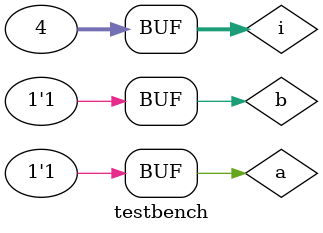
<source format=v>
module testbench();

reg a , b;
wire sum, cout;
integer i;


half_adder ha(.a(a), .b(b), .cout(cout), .sum(sum));

	initial begin      

		a <= 0;
		b <= 0;

		
		$monitor("a=%0b, b=%0b, sum=%0b, cout=%0b", a, b, sum, cout);
		
		for(i = 0; i < 4; i = i+1) begin     

			{a, b} = i;
			#10;
		
		end



	end


endmodule 

</source>
